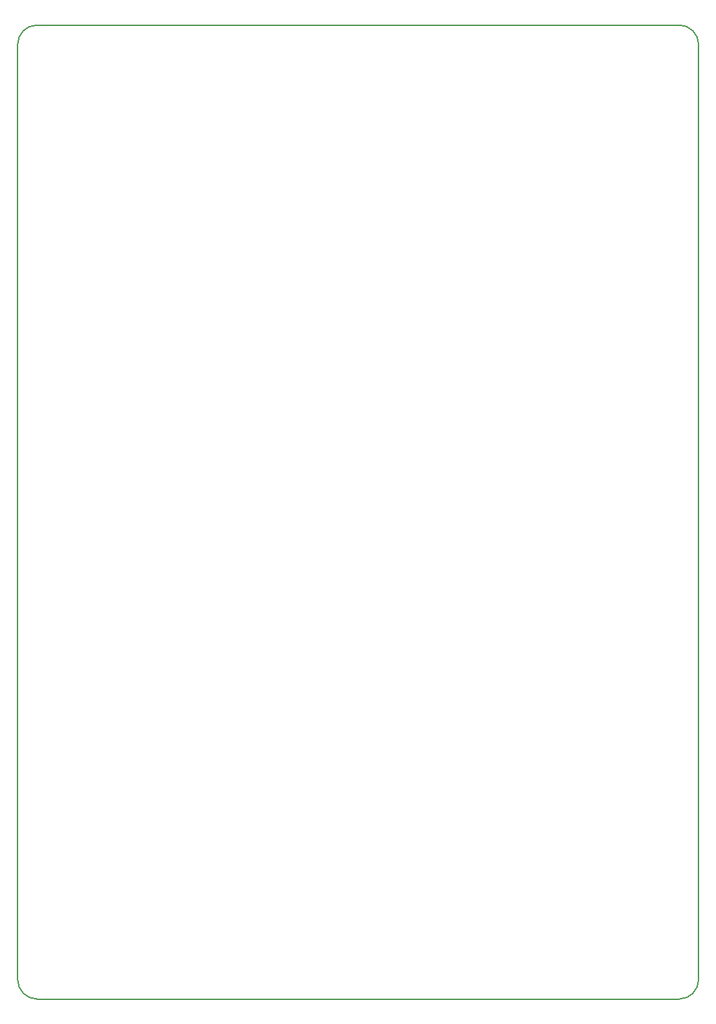
<source format=gbr>
G04 #@! TF.FileFunction,Profile,NP*
%FSLAX46Y46*%
G04 Gerber Fmt 4.6, Leading zero omitted, Abs format (unit mm)*
G04 Created by KiCad (PCBNEW 4.0.7) date Friday, April 27, 2018 'PMt' 12:19:07 PM*
%MOMM*%
%LPD*%
G01*
G04 APERTURE LIST*
%ADD10C,0.100000*%
%ADD11C,0.150000*%
G04 APERTURE END LIST*
D10*
D11*
X253238000Y-85852000D02*
G75*
G03X250698000Y-83312000I-2540000J0D01*
G01*
X166878000Y-83312000D02*
G75*
G03X164338000Y-85852000I0J-2540000D01*
G01*
X164338000Y-207772000D02*
G75*
G03X166878000Y-210312000I2540000J0D01*
G01*
X250698000Y-210312000D02*
G75*
G03X253238000Y-207772000I0J2540000D01*
G01*
X166878000Y-83312000D02*
X250698000Y-83312000D01*
X164338000Y-207772000D02*
X164338000Y-85852000D01*
X250698000Y-210312000D02*
X166878000Y-210312000D01*
X253238000Y-85852000D02*
X253238000Y-207772000D01*
M02*

</source>
